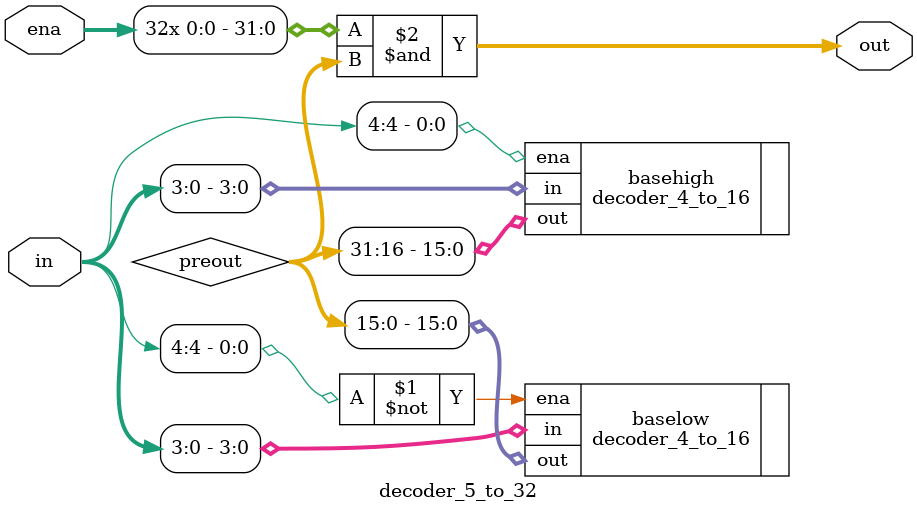
<source format=sv>
`timescale 1ns/1ps
`default_nettype none

module decoder_5_to_32(ena, in, out);

input wire ena;
input wire [4:0] in;
output logic [31:0] out;

parameter N = 32;
logic [31:0] preout;

decoder_4_to_16 basehigh(
    .ena(in[4]),
    .in(in[3:0]),
    .out(preout[31:16])
    );

decoder_4_to_16 baselow(
    .ena(~in[4]),
    .in(in[3:0]),
    .out(preout[15:0])
);

assign out = {{N}{ena}} & preout;

endmodule

</source>
